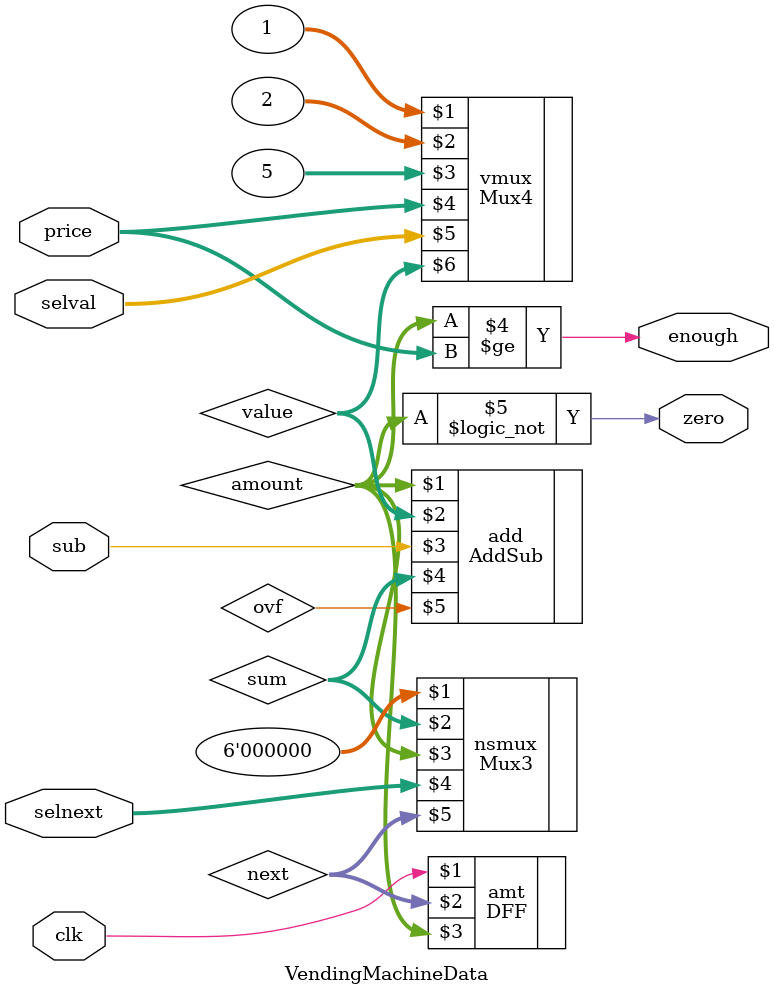
<source format=v>
`define QUARTER 1
`define DIME    2
`define NICKEL  5

module VendingMachineData(clk, selval, selnext, sub, price, enough, zero) ;
  parameter n = 6 ;
  input clk, sub ;
  input [3:0] selval ; // price, 1, 2, 5
  input [2:0] selnext ; // amount, sum, 0
  input [n-1:0] price ; // price of soft drink - in nickels
  output enough ; // amount > price
  output zero ; // amount = zero
  wire [n-1:0] sum ; // output of add/subtract unit
  wire [n-1:0] amount ; // current amount
  wire [n-1:0] next ; // next amount
  wire [n-1:0] value ; // value to add or subtract from amount
  wire ovf ; // overflow - ignore for now
  // state register holds current amount
  DFF #(n) amt(clk, next, amount) ;
  // select next state from 0, sum, or hold
  Mux3 #(n) nsmux({n{1'b0}}, sum, amount, selnext, next) ;
  // add or subtract a value from current amount
  AddSub #(n) add(amount, value, sub, sum, ovf) ;
  // select the value to add or subtract
  Mux4 #(n) vmux(`QUARTER, `DIME, `NICKEL, price, selval, value) ;
  // comparators
  wire enough = (amount >= price) ;
  wire zero = (amount == 0) ;
endmodule

</source>
